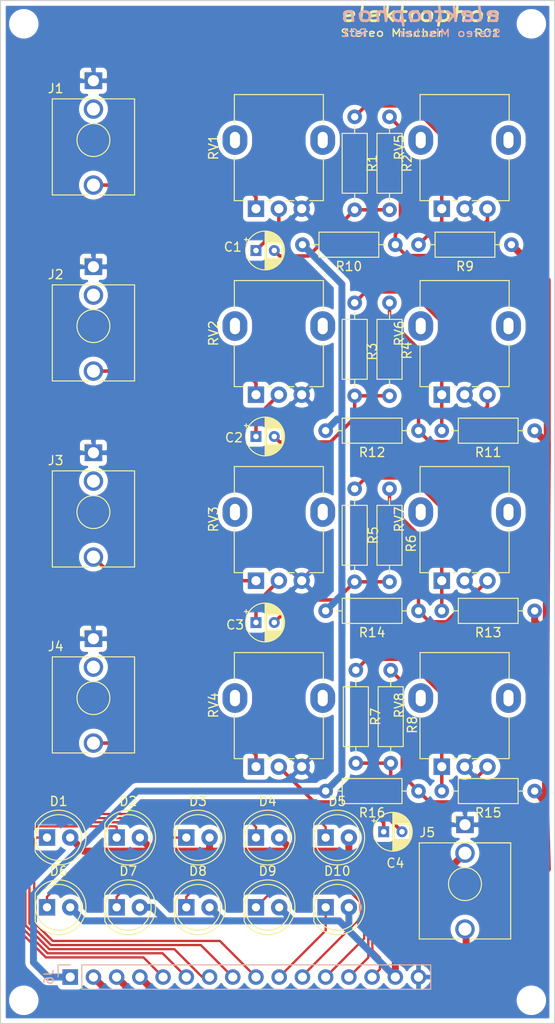
<source format=kicad_pcb>
(kicad_pcb (version 20171130) (host pcbnew 5.1.5-52549c5~84~ubuntu19.04.1)
  (title_block (title "Stereo Mischer") (date 2019-12-01) (rev 01) (comment 1 elektrophon) (comment 2 "PCB for mount circuit") (comment 4 "License CC BY 4.0 - Attribution 4.0 International"))
  (layers (0 F.Cu signal) (31 B.Cu signal) (34 B.Paste user) (35 F.Paste user) (36 B.SilkS user) (37 F.SilkS user) (38 B.Mask user) (39 F.Mask user) (44 Edge.Cuts user))
  (net 0 "")
  (net 1 "Net-(C1-Pad2)")
  (net 2 "Net-(C1-Pad1)")
  (net 3 "Net-(C2-Pad2)")
  (net 4 "Net-(C2-Pad1)")
  (net 5 "Net-(C3-Pad2)")
  (net 6 "Net-(C3-Pad1)")
  (net 7 "Net-(C4-Pad2)")
  (net 8 "Net-(C4-Pad1)")
  (net 9 +15V)
  (net 10 /LED_R_1)
  (net 11 /LED_R_5)
  (net 12 /LED_R_4)
  (net 13 /LED_R_3)
  (net 14 /LED_R_2)
  (net 15 /LED_L_1)
  (net 16 /LED_L_5)
  (net 17 /LED_L_4)
  (net 18 /LED_L_3)
  (net 19 /LED_L_2)
  (net 20 "Net-(J1-PadTN)")
  (net 21 GND)
  (net 22 "Net-(J1-PadT)")
  (net 23 "Net-(J2-PadTN)")
  (net 24 "Net-(J2-PadT)")
  (net 25 "Net-(J3-PadTN)")
  (net 26 "Net-(J3-PadT)")
  (net 27 "Net-(J4-PadTN)")
  (net 28 "Net-(J4-PadT)")
  (net 29 /STEREO_R)
  (net 30 /STEREO_L)
  (net 31 /LEFT)
  (net 32 /RIGHT)
  (net 33 "Net-(R1-Pad1)")
  (net 34 "Net-(R10-Pad1)")
  (net 35 "Net-(R11-Pad2)")
  (net 36 "Net-(R12-Pad1)")
  (net 37 "Net-(R13-Pad2)")
  (net 38 "Net-(R14-Pad1)")
  (net 39 "Net-(R15-Pad2)")
  (net 40 "Net-(R16-Pad1)")
  (module "elektrophon:elektrophon logo" (layer F.Cu) (at 71.374 27.94)
    (fp_text reference REF** hide)
    (fp_text value "elektrophon logo" hide)
    (fp_text user "Stereo Mischer" (at 8.84 1.02) (layer B.SilkS) (effects (font (size 0.8 1)) (justify left mirror)))
    (fp_text user R01 (at -8.83 1) (layer B.SilkS) (effects (font (size 0.8 1)) (justify right mirror)))
    (fp_text user elektrophon (at 0 -1.016) (layer B.SilkS) (effects (font (size 1.5 2) (thickness 0.3) italic) (justify mirror)))
    (fp_text user R01 (at 8.8 1.02) (layer F.SilkS) (effects (font (size 0.8 1)) (justify right)))
    (fp_text user "Stereo Mischer" (at -8.88 1) (layer F.SilkS) (effects (font (size 0.8 1)) (justify left)))
    (fp_text user elektrophon (at 0 -1.016) (layer F.SilkS) (effects (font (size 1.5 2) (thickness 0.3) italic)))
  )
  (module MountingHole:MountingHole_2.2mm_M2 (layer F.Cu) (at 27.94 134.62)
    (fp_text reference REF** hide)
    (fp_text value MountingHole_2.2mm_M2 hide)
    (pad 1 np_thru_hole circle (at 0 0) (size 2.2 2.2) (drill 2.2) (layers *.Cu *.Mask))
  )
  (module MountingHole:MountingHole_2.2mm_M2 (layer F.Cu) (at 83.46 134.62)
    (fp_text reference REF** hide)
    (fp_text value MountingHole_2.2mm_M2 hide)
    (pad 1 np_thru_hole circle (at 0 0) (size 2.2 2.2) (drill 2.2) (layers *.Cu *.Mask))
  )
  (module MountingHole:MountingHole_2.2mm_M2 (layer F.Cu) (at 83.46 27.94)
    (fp_text reference REF** hide)
    (fp_text value MountingHole_2.2mm_M2 hide)
    (pad 1 np_thru_hole circle (at 0 0) (size 2.2 2.2) (drill 2.2) (layers *.Cu *.Mask))
  )
  (module MountingHole:MountingHole_2.2mm_M2 (layer F.Cu) (at 27.94 27.94)
    (fp_text reference REF** hide)
    (fp_text value MountingHole_2.2mm_M2 hide)
    (pad 1 np_thru_hole circle (at 0 0) (size 2.2 2.2) (drill 2.2) (layers *.Cu *.Mask))
  )
  (module Connector_PinHeader_2.54mm:PinHeader_1x16_P2.54mm_Vertical (layer B.Cu) (at 33.02 132.08 270)
    (fp_text reference J6 (at 0 2.33 270) (layer B.SilkS) (effects (justify mirror)))
    (fp_text value Conn_01x16_Male hide)
    (pad 16 thru_hole oval (at 0 -38.1 270) (size 1.7 1.7) (drill 1) (layers *.Cu *.Mask) (net 21 GND))
    (pad 15 thru_hole oval (at 0 -35.56 270) (size 1.7 1.7) (drill 1) (layers *.Cu *.Mask) (net 9 +15V))
    (pad 14 thru_hole oval (at 0 -33.02 270) (size 1.7 1.7) (drill 1) (layers *.Cu *.Mask) (net 15 /LED_L_1))
    (pad 13 thru_hole oval (at 0 -30.48 270) (size 1.7 1.7) (drill 1) (layers *.Cu *.Mask) (net 19 /LED_L_2))
    (pad 12 thru_hole oval (at 0 -27.94 270) (size 1.7 1.7) (drill 1) (layers *.Cu *.Mask) (net 18 /LED_L_3))
    (pad 11 thru_hole oval (at 0 -25.4 270) (size 1.7 1.7) (drill 1) (layers *.Cu *.Mask) (net 17 /LED_L_4))
    (pad 10 thru_hole oval (at 0 -22.86 270) (size 1.7 1.7) (drill 1) (layers *.Cu *.Mask) (net 16 /LED_L_5))
    (pad 9 thru_hole oval (at 0 -20.32 270) (size 1.7 1.7) (drill 1) (layers *.Cu *.Mask) (net 10 /LED_R_1))
    (pad 8 thru_hole oval (at 0 -17.78 270) (size 1.7 1.7) (drill 1) (layers *.Cu *.Mask) (net 14 /LED_R_2))
    (pad 7 thru_hole oval (at 0 -15.24 270) (size 1.7 1.7) (drill 1) (layers *.Cu *.Mask) (net 13 /LED_R_3))
    (pad 6 thru_hole oval (at 0 -12.7 270) (size 1.7 1.7) (drill 1) (layers *.Cu *.Mask) (net 12 /LED_R_4))
    (pad 5 thru_hole oval (at 0 -10.16 270) (size 1.7 1.7) (drill 1) (layers *.Cu *.Mask) (net 11 /LED_R_5))
    (pad 4 thru_hole oval (at 0 -7.62 270) (size 1.7 1.7) (drill 1) (layers *.Cu *.Mask) (net 30 /STEREO_L))
    (pad 3 thru_hole oval (at 0 -5.08 270) (size 1.7 1.7) (drill 1) (layers *.Cu *.Mask) (net 29 /STEREO_R))
    (pad 2 thru_hole oval (at 0 -2.54 270) (size 1.7 1.7) (drill 1) (layers *.Cu *.Mask) (net 31 /LEFT))
    (pad 1 thru_hole rect (at 0 0 270) (size 1.7 1.7) (drill 1) (layers *.Cu *.Mask) (net 32 /RIGHT))
  )
  (module elektrophon:Jack_3.5mm_WQP-PJ301BM_Vertical (layer F.Cu) (at 76.2 121.92)
    (fp_text reference J5 (at -4.13 -5.63) (layer F.SilkS))
    (fp_text value STEREO_OUT)
    (pad R thru_hole circle (at 0 -3.38 180) (size 2.13 2.13) (drill 1.42) (layers *.Cu *.Mask) (net 30 /STEREO_L))
    (pad S thru_hole rect (at 0 -6.48 180) (size 1.93 1.83) (drill 1.22) (layers *.Cu *.Mask) (net 21 GND))
    (pad T thru_hole circle (at 0 4.92 180) (size 2.13 2.13) (drill 1.43) (layers *.Cu *.Mask) (net 29 /STEREO_R))
  )
  (module elektrophon:Jack_3.5mm_WQP-PJ398SM_Vertical (layer F.Cu) (at 35.56 101.6)
    (fp_text reference J4 (at -4.13 -5.63) (layer F.SilkS))
    (fp_text value "#4")
    (pad TN thru_hole circle (at 0 -3.38 180) (size 2.13 2.13) (drill 1.42) (layers *.Cu *.Mask) (net 27 "Net-(J4-PadTN)"))
    (pad S thru_hole rect (at 0 -6.48 180) (size 1.93 1.83) (drill 1.22) (layers *.Cu *.Mask) (net 21 GND))
    (pad T thru_hole circle (at 0 4.92 180) (size 2.13 2.13) (drill 1.43) (layers *.Cu *.Mask) (net 28 "Net-(J4-PadT)"))
  )
  (module elektrophon:Jack_3.5mm_WQP-PJ398SM_Vertical (layer F.Cu) (at 35.56 81.28)
    (fp_text reference J3 (at -4.13 -5.63) (layer F.SilkS))
    (fp_text value "#3")
    (pad TN thru_hole circle (at 0 -3.38 180) (size 2.13 2.13) (drill 1.42) (layers *.Cu *.Mask) (net 25 "Net-(J3-PadTN)"))
    (pad S thru_hole rect (at 0 -6.48 180) (size 1.93 1.83) (drill 1.22) (layers *.Cu *.Mask) (net 21 GND))
    (pad T thru_hole circle (at 0 4.92 180) (size 2.13 2.13) (drill 1.43) (layers *.Cu *.Mask) (net 26 "Net-(J3-PadT)"))
  )
  (module elektrophon:Jack_3.5mm_WQP-PJ398SM_Vertical (layer F.Cu) (at 35.56 60.96)
    (fp_text reference J2 (at -4.13 -5.63) (layer F.SilkS))
    (fp_text value "#2")
    (pad TN thru_hole circle (at 0 -3.38 180) (size 2.13 2.13) (drill 1.42) (layers *.Cu *.Mask) (net 23 "Net-(J2-PadTN)"))
    (pad S thru_hole rect (at 0 -6.48 180) (size 1.93 1.83) (drill 1.22) (layers *.Cu *.Mask) (net 21 GND))
    (pad T thru_hole circle (at 0 4.92 180) (size 2.13 2.13) (drill 1.43) (layers *.Cu *.Mask) (net 24 "Net-(J2-PadT)"))
  )
  (module elektrophon:Jack_3.5mm_WQP-PJ398SM_Vertical (layer F.Cu) (at 35.56 40.64)
    (fp_text reference J1 (at -4.13 -5.63) (layer F.SilkS))
    (fp_text value "#1")
    (pad TN thru_hole circle (at 0 -3.38 180) (size 2.13 2.13) (drill 1.42) (layers *.Cu *.Mask) (net 20 "Net-(J1-PadTN)"))
    (pad S thru_hole rect (at 0 -6.48 180) (size 1.93 1.83) (drill 1.22) (layers *.Cu *.Mask) (net 21 GND))
    (pad T thru_hole circle (at 0 4.92 180) (size 2.13 2.13) (drill 1.43) (layers *.Cu *.Mask) (net 22 "Net-(J1-PadT)"))
  )
  (module elektrophon:Potentiometer_Alpha_RD901F-40-00D_Single_Vertical (layer F.Cu) (at 76.2 101.6 90)
    (fp_text reference RV8 (at -0.79 -7.18 270) (layer F.SilkS))
    (fp_text value 25k)
    (pad "" thru_hole oval (at 0 -4.84 180) (size 2.72 3.24) (drill oval 1.1 1.8) (layers *.Cu *.Mask))
    (pad "" thru_hole oval (at 0 4.76 180) (size 2.72 3.24) (drill oval 1.1 1.8) (layers *.Cu *.Mask))
    (pad 3 thru_hole circle (at -7.5 2.46 180) (size 1.8 1.8) (drill 1) (layers *.Cu *.Mask) (net 40 "Net-(R16-Pad1)"))
    (pad 2 thru_hole circle (at -7.5 -0.04 180) (size 1.8 1.8) (drill 1) (layers *.Cu *.Mask) (net 21 GND))
    (pad 1 thru_hole rect (at -7.5 -2.54 180) (size 1.8 1.8) (drill 1) (layers *.Cu *.Mask) (net 39 "Net-(R15-Pad2)"))
  )
  (module elektrophon:Potentiometer_Alpha_RD901F-40-00D_Single_Vertical (layer F.Cu) (at 76.2 81.28 90)
    (fp_text reference RV7 (at -0.79 -7.18 270) (layer F.SilkS))
    (fp_text value 25k)
    (pad "" thru_hole oval (at 0 -4.84 180) (size 2.72 3.24) (drill oval 1.1 1.8) (layers *.Cu *.Mask))
    (pad "" thru_hole oval (at 0 4.76 180) (size 2.72 3.24) (drill oval 1.1 1.8) (layers *.Cu *.Mask))
    (pad 3 thru_hole circle (at -7.5 2.46 180) (size 1.8 1.8) (drill 1) (layers *.Cu *.Mask) (net 38 "Net-(R14-Pad1)"))
    (pad 2 thru_hole circle (at -7.5 -0.04 180) (size 1.8 1.8) (drill 1) (layers *.Cu *.Mask) (net 21 GND))
    (pad 1 thru_hole rect (at -7.5 -2.54 180) (size 1.8 1.8) (drill 1) (layers *.Cu *.Mask) (net 37 "Net-(R13-Pad2)"))
  )
  (module elektrophon:Potentiometer_Alpha_RD901F-40-00D_Single_Vertical (layer F.Cu) (at 76.2 60.96 90)
    (fp_text reference RV6 (at -0.79 -7.18 270) (layer F.SilkS))
    (fp_text value 25k)
    (pad "" thru_hole oval (at 0 -4.84 180) (size 2.72 3.24) (drill oval 1.1 1.8) (layers *.Cu *.Mask))
    (pad "" thru_hole oval (at 0 4.76 180) (size 2.72 3.24) (drill oval 1.1 1.8) (layers *.Cu *.Mask))
    (pad 3 thru_hole circle (at -7.5 2.46 180) (size 1.8 1.8) (drill 1) (layers *.Cu *.Mask) (net 36 "Net-(R12-Pad1)"))
    (pad 2 thru_hole circle (at -7.5 -0.04 180) (size 1.8 1.8) (drill 1) (layers *.Cu *.Mask) (net 21 GND))
    (pad 1 thru_hole rect (at -7.5 -2.54 180) (size 1.8 1.8) (drill 1) (layers *.Cu *.Mask) (net 35 "Net-(R11-Pad2)"))
  )
  (module elektrophon:Potentiometer_Alpha_RD901F-40-00D_Single_Vertical (layer F.Cu) (at 76.2 40.64 90)
    (fp_text reference RV5 (at -0.79 -7.18 270) (layer F.SilkS))
    (fp_text value 25k)
    (pad "" thru_hole oval (at 0 -4.84 180) (size 2.72 3.24) (drill oval 1.1 1.8) (layers *.Cu *.Mask))
    (pad "" thru_hole oval (at 0 4.76 180) (size 2.72 3.24) (drill oval 1.1 1.8) (layers *.Cu *.Mask))
    (pad 3 thru_hole circle (at -7.5 2.46 180) (size 1.8 1.8) (drill 1) (layers *.Cu *.Mask) (net 34 "Net-(R10-Pad1)"))
    (pad 2 thru_hole circle (at -7.5 -0.04 180) (size 1.8 1.8) (drill 1) (layers *.Cu *.Mask) (net 21 GND))
    (pad 1 thru_hole rect (at -7.5 -2.54 180) (size 1.8 1.8) (drill 1) (layers *.Cu *.Mask) (net 33 "Net-(R1-Pad1)"))
  )
  (module elektrophon:Potentiometer_Alpha_RD901F-40-00D_Single_Vertical (layer F.Cu) (at 55.88 101.6 90)
    (fp_text reference RV4 (at -0.79 -7.18 270) (layer F.SilkS))
    (fp_text value 10k)
    (pad "" thru_hole oval (at 0 -4.84 180) (size 2.72 3.24) (drill oval 1.1 1.8) (layers *.Cu *.Mask))
    (pad "" thru_hole oval (at 0 4.76 180) (size 2.72 3.24) (drill oval 1.1 1.8) (layers *.Cu *.Mask))
    (pad 3 thru_hole circle (at -7.5 2.46 180) (size 1.8 1.8) (drill 1) (layers *.Cu *.Mask) (net 21 GND))
    (pad 2 thru_hole circle (at -7.5 -0.04 180) (size 1.8 1.8) (drill 1) (layers *.Cu *.Mask) (net 8 "Net-(C4-Pad1)"))
    (pad 1 thru_hole rect (at -7.5 -2.54 180) (size 1.8 1.8) (drill 1) (layers *.Cu *.Mask) (net 28 "Net-(J4-PadT)"))
  )
  (module elektrophon:Potentiometer_Alpha_RD901F-40-00D_Single_Vertical (layer F.Cu) (at 55.88 81.28 90)
    (fp_text reference RV3 (at -0.79 -7.18 270) (layer F.SilkS))
    (fp_text value 10k)
    (pad "" thru_hole oval (at 0 -4.84 180) (size 2.72 3.24) (drill oval 1.1 1.8) (layers *.Cu *.Mask))
    (pad "" thru_hole oval (at 0 4.76 180) (size 2.72 3.24) (drill oval 1.1 1.8) (layers *.Cu *.Mask))
    (pad 3 thru_hole circle (at -7.5 2.46 180) (size 1.8 1.8) (drill 1) (layers *.Cu *.Mask) (net 21 GND))
    (pad 2 thru_hole circle (at -7.5 -0.04 180) (size 1.8 1.8) (drill 1) (layers *.Cu *.Mask) (net 6 "Net-(C3-Pad1)"))
    (pad 1 thru_hole rect (at -7.5 -2.54 180) (size 1.8 1.8) (drill 1) (layers *.Cu *.Mask) (net 26 "Net-(J3-PadT)"))
  )
  (module elektrophon:Potentiometer_Alpha_RD901F-40-00D_Single_Vertical (layer F.Cu) (at 55.88 60.96 90)
    (fp_text reference RV2 (at -0.79 -7.18 270) (layer F.SilkS))
    (fp_text value 10k)
    (pad "" thru_hole oval (at 0 -4.84 180) (size 2.72 3.24) (drill oval 1.1 1.8) (layers *.Cu *.Mask))
    (pad "" thru_hole oval (at 0 4.76 180) (size 2.72 3.24) (drill oval 1.1 1.8) (layers *.Cu *.Mask))
    (pad 3 thru_hole circle (at -7.5 2.46 180) (size 1.8 1.8) (drill 1) (layers *.Cu *.Mask) (net 21 GND))
    (pad 2 thru_hole circle (at -7.5 -0.04 180) (size 1.8 1.8) (drill 1) (layers *.Cu *.Mask) (net 4 "Net-(C2-Pad1)"))
    (pad 1 thru_hole rect (at -7.5 -2.54 180) (size 1.8 1.8) (drill 1) (layers *.Cu *.Mask) (net 24 "Net-(J2-PadT)"))
  )
  (module elektrophon:Potentiometer_Alpha_RD901F-40-00D_Single_Vertical (layer F.Cu) (at 55.88 40.64 90)
    (fp_text reference RV1 (at -0.79 -7.18 270) (layer F.SilkS))
    (fp_text value 10k)
    (pad "" thru_hole oval (at 0 -4.84 180) (size 2.72 3.24) (drill oval 1.1 1.8) (layers *.Cu *.Mask))
    (pad "" thru_hole oval (at 0 4.76 180) (size 2.72 3.24) (drill oval 1.1 1.8) (layers *.Cu *.Mask))
    (pad 3 thru_hole circle (at -7.5 2.46 180) (size 1.8 1.8) (drill 1) (layers *.Cu *.Mask) (net 21 GND))
    (pad 2 thru_hole circle (at -7.5 -0.04 180) (size 1.8 1.8) (drill 1) (layers *.Cu *.Mask) (net 2 "Net-(C1-Pad1)"))
    (pad 1 thru_hole rect (at -7.5 -2.54 180) (size 1.8 1.8) (drill 1) (layers *.Cu *.Mask) (net 22 "Net-(J1-PadT)"))
  )
  (module Resistor_THT:R_Axial_DIN0207_L6.3mm_D2.5mm_P10.16mm_Horizontal (layer F.Cu) (at 71.12 111.76 180)
    (fp_text reference R16 (at 5.08 -2.37) (layer F.SilkS))
    (fp_text value 10k)
    (pad 2 thru_hole oval (at 10.16 0 180) (size 1.6 1.6) (drill 0.8) (layers *.Cu *.Mask) (net 32 /RIGHT))
    (pad 1 thru_hole circle (at 0 0 180) (size 1.6 1.6) (drill 0.8) (layers *.Cu *.Mask) (net 40 "Net-(R16-Pad1)"))
  )
  (module Resistor_THT:R_Axial_DIN0207_L6.3mm_D2.5mm_P10.16mm_Horizontal (layer F.Cu) (at 83.82 111.76 180)
    (fp_text reference R15 (at 5.08 -2.37) (layer F.SilkS))
    (fp_text value 10k)
    (pad 2 thru_hole oval (at 10.16 0 180) (size 1.6 1.6) (drill 0.8) (layers *.Cu *.Mask) (net 39 "Net-(R15-Pad2)"))
    (pad 1 thru_hole circle (at 0 0 180) (size 1.6 1.6) (drill 0.8) (layers *.Cu *.Mask) (net 31 /LEFT))
  )
  (module Resistor_THT:R_Axial_DIN0207_L6.3mm_D2.5mm_P10.16mm_Horizontal (layer F.Cu) (at 71.12 92.075 180)
    (fp_text reference R14 (at 5.08 -2.37) (layer F.SilkS))
    (fp_text value 10k)
    (pad 2 thru_hole oval (at 10.16 0 180) (size 1.6 1.6) (drill 0.8) (layers *.Cu *.Mask) (net 32 /RIGHT))
    (pad 1 thru_hole circle (at 0 0 180) (size 1.6 1.6) (drill 0.8) (layers *.Cu *.Mask) (net 38 "Net-(R14-Pad1)"))
  )
  (module Resistor_THT:R_Axial_DIN0207_L6.3mm_D2.5mm_P10.16mm_Horizontal (layer F.Cu) (at 83.82 92.075 180)
    (fp_text reference R13 (at 5.08 -2.37) (layer F.SilkS))
    (fp_text value 10k)
    (pad 2 thru_hole oval (at 10.16 0 180) (size 1.6 1.6) (drill 0.8) (layers *.Cu *.Mask) (net 37 "Net-(R13-Pad2)"))
    (pad 1 thru_hole circle (at 0 0 180) (size 1.6 1.6) (drill 0.8) (layers *.Cu *.Mask) (net 31 /LEFT))
  )
  (module Resistor_THT:R_Axial_DIN0207_L6.3mm_D2.5mm_P10.16mm_Horizontal (layer F.Cu) (at 71.12 72.39 180)
    (fp_text reference R12 (at 5.08 -2.37) (layer F.SilkS))
    (fp_text value 10k)
    (pad 2 thru_hole oval (at 10.16 0 180) (size 1.6 1.6) (drill 0.8) (layers *.Cu *.Mask) (net 32 /RIGHT))
    (pad 1 thru_hole circle (at 0 0 180) (size 1.6 1.6) (drill 0.8) (layers *.Cu *.Mask) (net 36 "Net-(R12-Pad1)"))
  )
  (module Resistor_THT:R_Axial_DIN0207_L6.3mm_D2.5mm_P10.16mm_Horizontal (layer F.Cu) (at 83.82 72.39 180)
    (fp_text reference R11 (at 5.08 -2.37) (layer F.SilkS))
    (fp_text value 10k)
    (pad 2 thru_hole oval (at 10.16 0 180) (size 1.6 1.6) (drill 0.8) (layers *.Cu *.Mask) (net 35 "Net-(R11-Pad2)"))
    (pad 1 thru_hole circle (at 0 0 180) (size 1.6 1.6) (drill 0.8) (layers *.Cu *.Mask) (net 31 /LEFT))
  )
  (module Resistor_THT:R_Axial_DIN0207_L6.3mm_D2.5mm_P10.16mm_Horizontal (layer F.Cu) (at 68.58 52.07 180)
    (fp_text reference R10 (at 5.08 -2.37) (layer F.SilkS))
    (fp_text value 10k)
    (pad 2 thru_hole oval (at 10.16 0 180) (size 1.6 1.6) (drill 0.8) (layers *.Cu *.Mask) (net 32 /RIGHT))
    (pad 1 thru_hole circle (at 0 0 180) (size 1.6 1.6) (drill 0.8) (layers *.Cu *.Mask) (net 34 "Net-(R10-Pad1)"))
  )
  (module Resistor_THT:R_Axial_DIN0207_L6.3mm_D2.5mm_P10.16mm_Horizontal (layer F.Cu) (at 81.28 52.07 180)
    (fp_text reference R9 (at 5.08 -2.37) (layer F.SilkS))
    (fp_text value 10k)
    (pad 2 thru_hole oval (at 10.16 0 180) (size 1.6 1.6) (drill 0.8) (layers *.Cu *.Mask) (net 33 "Net-(R1-Pad1)"))
    (pad 1 thru_hole circle (at 0 0 180) (size 1.6 1.6) (drill 0.8) (layers *.Cu *.Mask) (net 31 /LEFT))
  )
  (module Resistor_THT:R_Axial_DIN0207_L6.3mm_D2.5mm_P10.16mm_Horizontal (layer F.Cu) (at 68.072 98.552 270)
    (fp_text reference R8 (at 5.969 -2.37 90) (layer F.SilkS))
    (fp_text value 10k)
    (pad 2 thru_hole oval (at 10.16 0 270) (size 1.6 1.6) (drill 0.8) (layers *.Cu *.Mask) (net 7 "Net-(C4-Pad2)"))
    (pad 1 thru_hole circle (at 0 0 270) (size 1.6 1.6) (drill 0.8) (layers *.Cu *.Mask) (net 40 "Net-(R16-Pad1)"))
  )
  (module Resistor_THT:R_Axial_DIN0207_L6.3mm_D2.5mm_P10.16mm_Horizontal (layer F.Cu) (at 64.262 98.552 270)
    (fp_text reference R7 (at 5.08 -2.159 90) (layer F.SilkS))
    (fp_text value 10k)
    (pad 2 thru_hole oval (at 10.16 0 270) (size 1.6 1.6) (drill 0.8) (layers *.Cu *.Mask) (net 7 "Net-(C4-Pad2)"))
    (pad 1 thru_hole circle (at 0 0 270) (size 1.6 1.6) (drill 0.8) (layers *.Cu *.Mask) (net 39 "Net-(R15-Pad2)"))
  )
  (module Resistor_THT:R_Axial_DIN0207_L6.3mm_D2.5mm_P10.16mm_Horizontal (layer F.Cu) (at 67.945 78.74 270)
    (fp_text reference R6 (at 5.969 -2.37 90) (layer F.SilkS))
    (fp_text value 10k)
    (pad 2 thru_hole oval (at 10.16 0 270) (size 1.6 1.6) (drill 0.8) (layers *.Cu *.Mask) (net 5 "Net-(C3-Pad2)"))
    (pad 1 thru_hole circle (at 0 0 270) (size 1.6 1.6) (drill 0.8) (layers *.Cu *.Mask) (net 38 "Net-(R14-Pad1)"))
  )
  (module Resistor_THT:R_Axial_DIN0207_L6.3mm_D2.5mm_P10.16mm_Horizontal (layer F.Cu) (at 64.135 78.74 270)
    (fp_text reference R5 (at 5.08 -2.032 90) (layer F.SilkS))
    (fp_text value 10k)
    (pad 2 thru_hole oval (at 10.16 0 270) (size 1.6 1.6) (drill 0.8) (layers *.Cu *.Mask) (net 5 "Net-(C3-Pad2)"))
    (pad 1 thru_hole circle (at 0 0 270) (size 1.6 1.6) (drill 0.8) (layers *.Cu *.Mask) (net 37 "Net-(R13-Pad2)"))
  )
  (module Resistor_THT:R_Axial_DIN0207_L6.3mm_D2.5mm_P10.16mm_Horizontal (layer F.Cu) (at 67.945 58.42 270)
    (fp_text reference R4 (at 5.207 -1.905 90) (layer F.SilkS))
    (fp_text value 10k)
    (pad 2 thru_hole oval (at 10.16 0 270) (size 1.6 1.6) (drill 0.8) (layers *.Cu *.Mask) (net 3 "Net-(C2-Pad2)"))
    (pad 1 thru_hole circle (at 0 0 270) (size 1.6 1.6) (drill 0.8) (layers *.Cu *.Mask) (net 36 "Net-(R12-Pad1)"))
  )
  (module Resistor_THT:R_Axial_DIN0207_L6.3mm_D2.5mm_P10.16mm_Horizontal (layer F.Cu) (at 64.135 58.42 270)
    (fp_text reference R3 (at 5.334 -1.905 90) (layer F.SilkS))
    (fp_text value 10k)
    (pad 2 thru_hole oval (at 10.16 0 270) (size 1.6 1.6) (drill 0.8) (layers *.Cu *.Mask) (net 3 "Net-(C2-Pad2)"))
    (pad 1 thru_hole circle (at 0 0 270) (size 1.6 1.6) (drill 0.8) (layers *.Cu *.Mask) (net 35 "Net-(R11-Pad2)"))
  )
  (module Resistor_THT:R_Axial_DIN0207_L6.3mm_D2.5mm_P10.16mm_Horizontal (layer F.Cu) (at 67.945 38.1 270)
    (fp_text reference R2 (at 5.08 -1.905 90) (layer F.SilkS))
    (fp_text value 10k)
    (pad 2 thru_hole oval (at 10.16 0 270) (size 1.6 1.6) (drill 0.8) (layers *.Cu *.Mask) (net 1 "Net-(C1-Pad2)"))
    (pad 1 thru_hole circle (at 0 0 270) (size 1.6 1.6) (drill 0.8) (layers *.Cu *.Mask) (net 34 "Net-(R10-Pad1)"))
  )
  (module Resistor_THT:R_Axial_DIN0207_L6.3mm_D2.5mm_P10.16mm_Horizontal (layer F.Cu) (at 64.135 38.1 270)
    (fp_text reference R1 (at 5.08 -1.905 90) (layer F.SilkS))
    (fp_text value 10k)
    (pad 2 thru_hole oval (at 10.16 0 270) (size 1.6 1.6) (drill 0.8) (layers *.Cu *.Mask) (net 1 "Net-(C1-Pad2)"))
    (pad 1 thru_hole circle (at 0 0 270) (size 1.6 1.6) (drill 0.8) (layers *.Cu *.Mask) (net 33 "Net-(R1-Pad1)"))
  )
  (module LED_THT:LED_D5.0mm (layer F.Cu) (at 60.96 124.46)
    (fp_text reference D10 (at 1.27 -3.96) (layer F.SilkS))
    (fp_text value LED)
    (pad 2 thru_hole circle (at 2.54 0) (size 1.8 1.8) (drill 0.9) (layers *.Cu *.Mask) (net 9 +15V))
    (pad 1 thru_hole rect (at 0 0) (size 1.8 1.8) (drill 0.9) (layers *.Cu *.Mask) (net 16 /LED_L_5))
  )
  (module LED_THT:LED_D5.0mm (layer F.Cu) (at 53.34 124.46)
    (fp_text reference D9 (at 1.27 -3.96) (layer F.SilkS))
    (fp_text value LED)
    (pad 2 thru_hole circle (at 2.54 0) (size 1.8 1.8) (drill 0.9) (layers *.Cu *.Mask) (net 9 +15V))
    (pad 1 thru_hole rect (at 0 0) (size 1.8 1.8) (drill 0.9) (layers *.Cu *.Mask) (net 17 /LED_L_4))
  )
  (module LED_THT:LED_D5.0mm (layer F.Cu) (at 45.72 124.46)
    (fp_text reference D8 (at 1.27 -3.96) (layer F.SilkS))
    (fp_text value LED)
    (pad 2 thru_hole circle (at 2.54 0) (size 1.8 1.8) (drill 0.9) (layers *.Cu *.Mask) (net 9 +15V))
    (pad 1 thru_hole rect (at 0 0) (size 1.8 1.8) (drill 0.9) (layers *.Cu *.Mask) (net 18 /LED_L_3))
  )
  (module LED_THT:LED_D5.0mm (layer F.Cu) (at 38.1 124.46)
    (fp_text reference D7 (at 1.27 -3.96) (layer F.SilkS))
    (fp_text value LED)
    (pad 2 thru_hole circle (at 2.54 0) (size 1.8 1.8) (drill 0.9) (layers *.Cu *.Mask) (net 9 +15V))
    (pad 1 thru_hole rect (at 0 0) (size 1.8 1.8) (drill 0.9) (layers *.Cu *.Mask) (net 19 /LED_L_2))
  )
  (module LED_THT:LED_D5.0mm (layer F.Cu) (at 30.48 124.46)
    (fp_text reference D6 (at 1.27 -3.96) (layer F.SilkS))
    (fp_text value LED)
    (pad 2 thru_hole circle (at 2.54 0) (size 1.8 1.8) (drill 0.9) (layers *.Cu *.Mask) (net 9 +15V))
    (pad 1 thru_hole rect (at 0 0) (size 1.8 1.8) (drill 0.9) (layers *.Cu *.Mask) (net 15 /LED_L_1))
  )
  (module LED_THT:LED_D5.0mm (layer F.Cu) (at 60.96 116.84)
    (fp_text reference D5 (at 1.27 -3.96) (layer F.SilkS))
    (fp_text value LED)
    (pad 2 thru_hole circle (at 2.54 0) (size 1.8 1.8) (drill 0.9) (layers *.Cu *.Mask) (net 9 +15V))
    (pad 1 thru_hole rect (at 0 0) (size 1.8 1.8) (drill 0.9) (layers *.Cu *.Mask) (net 11 /LED_R_5))
  )
  (module LED_THT:LED_D5.0mm (layer F.Cu) (at 53.34 116.84)
    (fp_text reference D4 (at 1.27 -3.96) (layer F.SilkS))
    (fp_text value LED)
    (pad 2 thru_hole circle (at 2.54 0) (size 1.8 1.8) (drill 0.9) (layers *.Cu *.Mask) (net 9 +15V))
    (pad 1 thru_hole rect (at 0 0) (size 1.8 1.8) (drill 0.9) (layers *.Cu *.Mask) (net 12 /LED_R_4))
  )
  (module LED_THT:LED_D5.0mm (layer F.Cu) (at 45.72 116.84)
    (fp_text reference D3 (at 1.27 -3.96) (layer F.SilkS))
    (fp_text value LED)
    (pad 2 thru_hole circle (at 2.54 0) (size 1.8 1.8) (drill 0.9) (layers *.Cu *.Mask) (net 9 +15V))
    (pad 1 thru_hole rect (at 0 0) (size 1.8 1.8) (drill 0.9) (layers *.Cu *.Mask) (net 13 /LED_R_3))
  )
  (module LED_THT:LED_D5.0mm (layer F.Cu) (at 38.1 116.84)
    (fp_text reference D2 (at 1.27 -3.96) (layer F.SilkS))
    (fp_text value LED)
    (pad 2 thru_hole circle (at 2.54 0) (size 1.8 1.8) (drill 0.9) (layers *.Cu *.Mask) (net 9 +15V))
    (pad 1 thru_hole rect (at 0 0) (size 1.8 1.8) (drill 0.9) (layers *.Cu *.Mask) (net 14 /LED_R_2))
  )
  (module LED_THT:LED_D5.0mm (layer F.Cu) (at 30.48 116.84)
    (fp_text reference D1 (at 1.27 -3.96) (layer F.SilkS))
    (fp_text value LED)
    (pad 2 thru_hole circle (at 2.54 0) (size 1.8 1.8) (drill 0.9) (layers *.Cu *.Mask) (net 9 +15V))
    (pad 1 thru_hole rect (at 0 0) (size 1.8 1.8) (drill 0.9) (layers *.Cu *.Mask) (net 10 /LED_R_1))
  )
  (module Capacitor_THT:CP_Radial_D4.0mm_P2.00mm (layer F.Cu) (at 67.31 116.205)
    (fp_text reference C4 (at 1.27 3.429) (layer F.SilkS))
    (fp_text value 4u7)
    (pad 2 thru_hole circle (at 2 0) (size 1.2 1.2) (drill 0.6) (layers *.Cu *.Mask) (net 7 "Net-(C4-Pad2)"))
    (pad 1 thru_hole rect (at 0 0) (size 1.2 1.2) (drill 0.6) (layers *.Cu *.Mask) (net 8 "Net-(C4-Pad1)"))
  )
  (module Capacitor_THT:CP_Radial_D4.0mm_P2.00mm (layer F.Cu) (at 53.34 93.345)
    (fp_text reference C3 (at -2.286 0.254) (layer F.SilkS))
    (fp_text value 4u7)
    (pad 2 thru_hole circle (at 2 0) (size 1.2 1.2) (drill 0.6) (layers *.Cu *.Mask) (net 5 "Net-(C3-Pad2)"))
    (pad 1 thru_hole rect (at 0 0) (size 1.2 1.2) (drill 0.6) (layers *.Cu *.Mask) (net 6 "Net-(C3-Pad1)"))
  )
  (module Capacitor_THT:CP_Radial_D4.0mm_P2.00mm (layer F.Cu) (at 53.34 73.025)
    (fp_text reference C2 (at -2.413 0.127) (layer F.SilkS))
    (fp_text value 4u7)
    (pad 2 thru_hole circle (at 2 0) (size 1.2 1.2) (drill 0.6) (layers *.Cu *.Mask) (net 3 "Net-(C2-Pad2)"))
    (pad 1 thru_hole rect (at 0 0) (size 1.2 1.2) (drill 0.6) (layers *.Cu *.Mask) (net 4 "Net-(C2-Pad1)"))
  )
  (module Capacitor_THT:CP_Radial_D4.0mm_P2.00mm (layer F.Cu) (at 53.34 52.705)
    (fp_text reference C1 (at -2.54 -0.381) (layer F.SilkS))
    (fp_text value 4u7)
    (pad 2 thru_hole circle (at 2 0) (size 1.2 1.2) (drill 0.6) (layers *.Cu *.Mask) (net 1 "Net-(C1-Pad2)"))
    (pad 1 thru_hole rect (at 0 0) (size 1.2 1.2) (drill 0.6) (layers *.Cu *.Mask) (net 2 "Net-(C1-Pad1)"))
  )
  (gr_line (start 25.4 25.4) (end 25.4 137.16) (layer Edge.Cuts) (width 0.12))
  (gr_line (start 86 137.16) (end 25.4 137.16) (layer Edge.Cuts) (width 0.12))
  (gr_line (start 86 25.4) (end 86 137.16) (layer Edge.Cuts) (width 0.12))
  (gr_line (start 25.4 25.4) (end 86 25.4) (layer Edge.Cuts) (width 0.12))
  (segment (start 59.090001 53.304999) (end 64.135 48.26) (width 0.381) (layer F.Cu) (net 1))
  (segment (start 55.939999 53.304999) (end 59.090001 53.304999) (width 0.381) (layer F.Cu) (net 1))
  (segment (start 55.34 52.705) (end 55.939999 53.304999) (width 0.381) (layer F.Cu) (net 1))
  (segment (start 64.135 48.26) (end 67.945 48.26) (width 0.381) (layer F.Cu) (net 1))
  (segment (start 55.84 50.205) (end 53.34 52.705) (width 0.381) (layer F.Cu) (net 2))
  (segment (start 55.84 48.14) (end 55.84 50.205) (width 0.381) (layer F.Cu) (net 2))
  (segment (start 64.135 70.976942) (end 64.135 68.58) (width 0.381) (layer F.Cu) (net 3))
  (segment (start 55.939999 73.624999) (end 61.486943 73.624999) (width 0.381) (layer F.Cu) (net 3))
  (segment (start 61.486943 73.624999) (end 64.135 70.976942) (width 0.381) (layer F.Cu) (net 3))
  (segment (start 55.34 73.025) (end 55.939999 73.624999) (width 0.381) (layer F.Cu) (net 3))
  (segment (start 67.945 68.58) (end 64.135 68.58) (width 0.381) (layer F.Cu) (net 3))
  (segment (start 53.34 70.96) (end 53.34 73.025) (width 0.381) (layer F.Cu) (net 4))
  (segment (start 55.84 68.46) (end 53.34 70.96) (width 0.381) (layer F.Cu) (net 4))
  (segment (start 62.150501 90.884499) (end 64.135 88.9) (width 0.381) (layer F.Cu) (net 5))
  (segment (start 57.800501 90.884499) (end 62.150501 90.884499) (width 0.381) (layer F.Cu) (net 5))
  (segment (start 55.34 93.345) (end 57.800501 90.884499) (width 0.381) (layer F.Cu) (net 5))
  (segment (start 67.945 88.9) (end 64.135 88.9) (width 0.381) (layer F.Cu) (net 5))
  (segment (start 53.34 91.28) (end 55.84 88.78) (width 0.381) (layer F.Cu) (net 6))
  (segment (start 53.34 93.345) (end 53.34 91.28) (width 0.381) (layer F.Cu) (net 6))
  (segment (start 64.262 108.712) (end 68.072 108.712) (width 0.381) (layer F.Cu) (net 7))
  (segment (start 68.072 114.967) (end 69.31 116.205) (width 0.381) (layer F.Cu) (net 7))
  (segment (start 68.072 108.712) (end 68.072 114.967) (width 0.381) (layer F.Cu) (net 7))
  (segment (start 65.036501 112.950501) (end 67.31 115.224) (width 0.381) (layer F.Cu) (net 8))
  (segment (start 67.31 115.224) (end 67.31 116.205) (width 0.381) (layer F.Cu) (net 8))
  (segment (start 59.690501 112.950501) (end 65.036501 112.950501) (width 0.381) (layer F.Cu) (net 8))
  (segment (start 55.84 109.1) (end 59.690501 112.950501) (width 0.381) (layer F.Cu) (net 8))
  (segment (start 34.501001 118.321001) (end 33.02 116.84) (width 0.762) (layer F.Cu) (net 9))
  (segment (start 42.121001 118.321001) (end 40.64 116.84) (width 0.762) (layer F.Cu) (net 9))
  (segment (start 42.883001 118.321001) (end 42.121001 118.321001) (width 0.762) (layer F.Cu) (net 9))
  (segment (start 42.883001 118.321001) (end 34.501001 118.321001) (width 0.762) (layer F.Cu) (net 9))
  (segment (start 48.979001 118.321001) (end 48.468209 118.321001) (width 0.762) (layer F.Cu) (net 9))
  (segment (start 48.26 118.112792) (end 48.26 116.84) (width 0.762) (layer F.Cu) (net 9))
  (segment (start 48.468209 118.321001) (end 48.26 118.112792) (width 0.762) (layer F.Cu) (net 9))
  (segment (start 48.979001 118.321001) (end 42.883001 118.321001) (width 0.762) (layer F.Cu) (net 9))
  (segment (start 57.361001 118.321001) (end 55.88 116.84) (width 0.762) (layer F.Cu) (net 9))
  (segment (start 58.123001 118.321001) (end 57.361001 118.321001) (width 0.762) (layer F.Cu) (net 9))
  (segment (start 58.123001 118.321001) (end 48.979001 118.321001) (width 0.762) (layer F.Cu) (net 9))
  (segment (start 33.02 124.46) (end 34.501001 125.941001) (width 0.762) (layer B.Cu) (net 9))
  (segment (start 57.361001 125.941001) (end 55.88 124.46) (width 0.762) (layer B.Cu) (net 9))
  (segment (start 58.208999 125.941001) (end 57.361001 125.941001) (width 0.762) (layer B.Cu) (net 9))
  (segment (start 49.741001 125.941001) (end 48.26 124.46) (width 0.762) (layer B.Cu) (net 9))
  (segment (start 50.588999 125.941001) (end 49.741001 125.941001) (width 0.762) (layer B.Cu) (net 9))
  (segment (start 50.588999 125.941001) (end 58.208999 125.941001) (width 0.762) (layer B.Cu) (net 9))
  (segment (start 41.995998 124.46) (end 40.64 124.46) (width 0.762) (layer B.Cu) (net 9))
  (segment (start 43.476999 125.941001) (end 41.995998 124.46) (width 0.762) (layer B.Cu) (net 9))
  (segment (start 34.501001 125.941001) (end 43.476999 125.941001) (width 0.762) (layer B.Cu) (net 9))
  (segment (start 43.476999 125.941001) (end 50.588999 125.941001) (width 0.762) (layer B.Cu) (net 9))
  (segment (start 62.300682 118.321001) (end 58.123001 118.321001) (width 0.762) (layer F.Cu) (net 9))
  (segment (start 63.5 119.52032) (end 63.5 116.84) (width 0.762) (layer F.Cu) (net 9))
  (segment (start 63.68384 119.70416) (end 63.5 119.52032) (width 0.762) (layer F.Cu) (net 9))
  (segment (start 63.68384 119.70416) (end 62.300682 118.321001) (width 0.762) (layer F.Cu) (net 9))
  (segment (start 68.58 132.08) (end 68.58 124.587) (width 0.762) (layer F.Cu) (net 9))
  (segment (start 68.58 124.587) (end 64.516 120.523) (width 0.762) (layer F.Cu) (net 9))
  (segment (start 67.049999 123.070318) (end 64.516 120.523) (width 0.762) (layer F.Cu) (net 9))
  (segment (start 64.516 120.523) (end 63.68384 119.70416) (width 0.762) (layer F.Cu) (net 9))
  (segment (start 58.843999 125.941001) (end 62.441001 125.941001) (width 0.762) (layer B.Cu) (net 9))
  (segment (start 58.208999 125.941001) (end 58.843999 125.941001) (width 0.762) (layer B.Cu) (net 9))
  (segment (start 58.843999 125.941001) (end 59.341001 125.941001) (width 0.762) (layer B.Cu) (net 9))
  (segment (start 63.5 127) (end 63.5 124.46) (width 0.762) (layer B.Cu) (net 9))
  (segment (start 63.881 127.381) (end 63.5 127) (width 0.762) (layer B.Cu) (net 9))
  (segment (start 62.441001 125.941001) (end 63.881 127.381) (width 0.762) (layer B.Cu) (net 9))
  (segment (start 63.881 127.381) (end 68.58 132.08) (width 0.762) (layer B.Cu) (net 9))
  (segment (start 53.34 132.08) (end 49.391978 128.131978) (width 0.25) (layer F.Cu) (net 10))
  (segment (start 29.33 116.84) (end 30.48 116.84) (width 0.25) (layer F.Cu) (net 10))
  (segment (start 49.391978 128.131978) (end 31.103978 128.131978) (width 0.25) (layer F.Cu) (net 10))
  (segment (start 31.103978 128.131978) (end 29.083 126.111) (width 0.25) (layer F.Cu) (net 10))
  (segment (start 29.083 126.111) (end 29.083 117.087) (width 0.25) (layer F.Cu) (net 10))
  (segment (start 29.083 117.087) (end 29.33 116.84) (width 0.25) (layer F.Cu) (net 10))
  (segment (start 59.534967 114.264967) (end 60.96 115.69) (width 0.25) (layer F.Cu) (net 11))
  (segment (start 28.760799 114.264967) (end 59.534967 114.264967) (width 0.25) (layer F.Cu) (net 11))
  (segment (start 60.96 115.69) (end 60.96 116.84) (width 0.25) (layer F.Cu) (net 11))
  (segment (start 27.213945 126.787589) (end 27.213945 115.811821) (width 0.25) (layer F.Cu) (net 11))
  (segment (start 27.213945 115.811821) (end 28.760799 114.264967) (width 0.25) (layer F.Cu) (net 11))
  (segment (start 27.213946 126.787589) (end 27.213946 125.73) (width 0.25) (layer F.Cu) (net 11))
  (segment (start 30.358386 129.932017) (end 27.213946 126.787589) (width 0.25) (layer F.Cu) (net 11))
  (segment (start 41.032019 129.932019) (end 30.358386 129.932017) (width 0.25) (layer F.Cu) (net 11))
  (segment (start 43.18 132.08) (end 41.032019 129.932019) (width 0.25) (layer F.Cu) (net 11))
  (segment (start 53.34 115.69) (end 53.34 116.84) (width 0.25) (layer F.Cu) (net 12))
  (segment (start 52.364978 114.714978) (end 53.34 115.69) (width 0.25) (layer F.Cu) (net 12))
  (segment (start 28.947199 114.714978) (end 52.364978 114.714978) (width 0.25) (layer F.Cu) (net 12))
  (segment (start 27.663956 126.601189) (end 27.663956 115.998221) (width 0.25) (layer F.Cu) (net 12))
  (segment (start 27.663956 115.998221) (end 28.947199 114.714978) (width 0.25) (layer F.Cu) (net 12))
  (segment (start 27.663957 126.088958) (end 27.663955 126.088955) (width 0.25) (layer F.Cu) (net 12))
  (segment (start 27.663957 126.601189) (end 27.663957 126.088958) (width 0.25) (layer F.Cu) (net 12))
  (segment (start 30.544778 129.482009) (end 27.663957 126.601189) (width 0.25) (layer F.Cu) (net 12))
  (segment (start 45.72 132.08) (end 43.122009 129.482009) (width 0.25) (layer F.Cu) (net 12))
  (segment (start 43.122009 129.482009) (end 30.544778 129.482009) (width 0.25) (layer F.Cu) (net 12))
  (segment (start 43.501232 116.84) (end 45.72 116.84) (width 0.25) (layer F.Cu) (net 13))
  (segment (start 29.133599 115.164989) (end 41.826221 115.164989) (width 0.25) (layer F.Cu) (net 13))
  (segment (start 41.826221 115.164989) (end 43.501232 116.84) (width 0.25) (layer F.Cu) (net 13))
  (segment (start 28.113967 116.184621) (end 29.133599 115.164989) (width 0.25) (layer F.Cu) (net 13))
  (segment (start 28.113967 126.414789) (end 28.113967 116.184621) (width 0.25) (layer F.Cu) (net 13))
  (segment (start 28.113968 126.157968) (end 28.113966 126.157966) (width 0.25) (layer F.Cu) (net 13))
  (segment (start 48.26 132.08) (end 47.459002 132.08) (width 0.25) (layer F.Cu) (net 13))
  (segment (start 30.731179 129.032) (end 28.113968 126.414789) (width 0.25) (layer F.Cu) (net 13))
  (segment (start 47.459002 132.08) (end 44.411002 129.032) (width 0.25) (layer F.Cu) (net 13))
  (segment (start 44.411002 129.032) (end 30.731179 129.032) (width 0.25) (layer F.Cu) (net 13))
  (segment (start 28.113968 126.414789) (end 28.113968 126.157968) (width 0.25) (layer F.Cu) (net 13))
  (segment (start 38.1 115.69) (end 38.1 116.84) (width 0.25) (layer F.Cu) (net 14))
  (segment (start 28.563978 116.371021) (end 29.319999 115.615) (width 0.25) (layer F.Cu) (net 14))
  (segment (start 38.025 115.615) (end 38.1 115.69) (width 0.25) (layer F.Cu) (net 14))
  (segment (start 29.319999 115.615) (end 38.025 115.615) (width 0.25) (layer F.Cu) (net 14))
  (segment (start 28.563978 126.228389) (end 28.563978 116.371021) (width 0.25) (layer F.Cu) (net 14))
  (segment (start 30.917578 128.581989) (end 47.301989 128.581989) (width 0.25) (layer F.Cu) (net 14))
  (segment (start 47.301989 128.581989) (end 50.8 132.08) (width 0.25) (layer F.Cu) (net 14))
  (segment (start 28.563978 126.228389) (end 30.917578 128.581989) (width 0.25) (layer F.Cu) (net 14))
  (segment (start 30.48 123.31) (end 30.48 124.46) (width 0.25) (layer F.Cu) (net 15))
  (segment (start 64.5672 121.585967) (end 32.204033 121.585967) (width 0.25) (layer F.Cu) (net 15))
  (segment (start 66.075034 123.093801) (end 64.5672 121.585967) (width 0.25) (layer F.Cu) (net 15))
  (segment (start 32.204033 121.585967) (end 30.48 123.31) (width 0.25) (layer F.Cu) (net 15))
  (segment (start 66.075034 129.123966) (end 66.075034 123.093801) (width 0.25) (layer F.Cu) (net 15))
  (segment (start 66.889999 131.230001) (end 66.04 132.08) (width 0.25) (layer F.Cu) (net 15))
  (segment (start 66.075034 129.123966) (end 66.889999 129.938931) (width 0.25) (layer F.Cu) (net 15))
  (segment (start 66.889999 129.938931) (end 66.889999 131.230001) (width 0.25) (layer F.Cu) (net 15))
  (segment (start 60.96 125.34) (end 60.96 124.46) (width 0.25) (layer F.Cu) (net 16))
  (segment (start 60.96 127) (end 55.88 132.08) (width 0.25) (layer F.Cu) (net 16))
  (segment (start 60.96 124.46) (end 60.96 127) (width 0.25) (layer F.Cu) (net 16))
  (segment (start 64.725001 123.871999) (end 64.725001 125.647999) (width 0.25) (layer F.Cu) (net 17))
  (segment (start 53.34 124.46) (end 54.864 122.936) (width 0.25) (layer F.Cu) (net 17))
  (segment (start 63.789002 122.936) (end 64.725001 123.871999) (width 0.25) (layer F.Cu) (net 17))
  (segment (start 54.864 122.936) (end 63.789002 122.936) (width 0.25) (layer F.Cu) (net 17))
  (segment (start 64.725001 125.647999) (end 58.748001 131.624999) (width 0.25) (layer F.Cu) (net 17))
  (segment (start 45.72 123.31) (end 45.72 124.46) (width 0.25) (layer F.Cu) (net 18))
  (segment (start 46.544011 122.485989) (end 45.72 123.31) (width 0.25) (layer F.Cu) (net 18))
  (segment (start 65.175012 123.685599) (end 63.975402 122.485989) (width 0.25) (layer F.Cu) (net 18))
  (segment (start 63.975402 122.485989) (end 46.544011 122.485989) (width 0.25) (layer F.Cu) (net 18))
  (segment (start 65.175012 127.864988) (end 60.96 132.08) (width 0.25) (layer F.Cu) (net 18))
  (segment (start 65.175012 126.204988) (end 65.175012 125.705988) (width 0.25) (layer F.Cu) (net 18))
  (segment (start 65.175012 125.705988) (end 65.175012 127.864988) (width 0.25) (layer F.Cu) (net 18))
  (segment (start 65.175012 125.705988) (end 65.175012 123.685599) (width 0.25) (layer F.Cu) (net 18))
  (segment (start 39.374022 122.035978) (end 38.1 123.31) (width 0.25) (layer F.Cu) (net 19))
  (segment (start 64.3808 122.035978) (end 39.374022 122.035978) (width 0.25) (layer F.Cu) (net 19))
  (segment (start 38.1 123.31) (end 38.1 124.46) (width 0.25) (layer F.Cu) (net 19))
  (segment (start 65.625023 123.280201) (end 64.3808 122.035978) (width 0.25) (layer F.Cu) (net 19))
  (segment (start 65.625023 127.922977) (end 65.625023 129.954977) (width 0.25) (layer F.Cu) (net 19))
  (segment (start 65.625023 129.954977) (end 63.5 132.08) (width 0.25) (layer F.Cu) (net 19))
  (segment (start 65.625023 127.922977) (end 65.625023 123.280201) (width 0.25) (layer F.Cu) (net 19))
  (segment (start 65.625023 128.294977) (end 65.625023 127.922977) (width 0.25) (layer F.Cu) (net 19))
  (segment (start 53.34 46.859) (end 53.34 48.14) (width 0.381) (layer F.Cu) (net 22))
  (segment (start 52.041 45.56) (end 53.34 46.859) (width 0.381) (layer F.Cu) (net 22))
  (segment (start 35.56 45.56) (end 52.041 45.56) (width 0.381) (layer F.Cu) (net 22))
  (segment (start 53.34 67.179) (end 53.34 68.46) (width 0.381) (layer F.Cu) (net 24))
  (segment (start 52.041 65.88) (end 53.34 67.179) (width 0.381) (layer F.Cu) (net 24))
  (segment (start 35.56 65.88) (end 52.041 65.88) (width 0.381) (layer F.Cu) (net 24))
  (segment (start 38.14 88.78) (end 53.34 88.78) (width 0.381) (layer F.Cu) (net 26))
  (segment (start 35.56 86.2) (end 38.14 88.78) (width 0.381) (layer F.Cu) (net 26))
  (segment (start 53.34 107.819) (end 53.34 109.1) (width 0.381) (layer F.Cu) (net 28))
  (segment (start 52.041 106.52) (end 53.34 107.819) (width 0.381) (layer F.Cu) (net 28))
  (segment (start 35.56 106.52) (end 52.041 106.52) (width 0.381) (layer F.Cu) (net 28))
  (segment (start 76.327 126.967) (end 76.2 126.84) (width 0.762) (layer F.Cu) (net 29))
  (segment (start 76.327 130.646489) (end 76.327 126.967) (width 0.762) (layer F.Cu) (net 29))
  (segment (start 71.780477 135.193012) (end 76.327 130.646489) (width 0.762) (layer F.Cu) (net 29))
  (segment (start 38.1 132.08) (end 41.213012 135.193012) (width 0.762) (layer F.Cu) (net 29))
  (segment (start 41.213012 135.193012) (end 71.780477 135.193012) (width 0.762) (layer F.Cu) (net 29))
  (segment (start 42.791001 134.231001) (end 40.64 132.08) (width 0.762) (layer F.Cu) (net 30))
  (segment (start 42.791001 134.231001) (end 44.838999 134.231001) (width 0.762) (layer F.Cu) (net 30))
  (segment (start 44.442001 134.231001) (end 44.838999 134.231001) (width 0.762) (layer F.Cu) (net 30))
  (segment (start 73.66 131.953) (end 73.66 121.08) (width 0.762) (layer F.Cu) (net 30))
  (segment (start 73.66 121.08) (end 76.2 118.54) (width 0.762) (layer F.Cu) (net 30))
  (segment (start 44.838999 134.231001) (end 71.381999 134.231001) (width 0.762) (layer F.Cu) (net 30))
  (segment (start 71.381999 134.231001) (end 73.66 131.953) (width 0.762) (layer F.Cu) (net 30))
  (segment (start 85.21 73.78) (end 83.82 72.39) (width 0.762) (layer F.Cu) (net 31))
  (segment (start 85.05 94.43637) (end 85.05 99.17) (width 0.762) (layer F.Cu) (net 31))
  (segment (start 83.82 92.075) (end 83.82 93.20637) (width 0.762) (layer F.Cu) (net 31))
  (segment (start 83.82 93.20637) (end 85.05 94.43637) (width 0.762) (layer F.Cu) (net 31))
  (segment (start 84.619999 112.559999) (end 84.619999 112.619999) (width 0.762) (layer F.Cu) (net 31))
  (segment (start 83.82 111.76) (end 84.619999 112.559999) (width 0.762) (layer F.Cu) (net 31))
  (segment (start 84.619999 112.619999) (end 85 113) (width 0.762) (layer F.Cu) (net 31))
  (segment (start 85 113) (end 85.05 99.17) (width 0.762) (layer F.Cu) (net 31))
  (segment (start 85.196286 75.956286) (end 85.196286 55.986286) (width 0.762) (layer F.Cu) (net 31))
  (segment (start 85.05 99.17) (end 85.196286 75.956286) (width 0.762) (layer F.Cu) (net 31))
  (segment (start 85.196286 55.986286) (end 81.28 52.07) (width 0.762) (layer F.Cu) (net 31))
  (segment (start 85.196286 75.956286) (end 85.21 73.78) (width 0.762) (layer F.Cu) (net 31))
  (segment (start 85.21 120.266082) (end 85 113) (width 0.762) (layer F.Cu) (net 31))
  (segment (start 39.635023 136.155023) (end 72.178955 136.155023) (width 0.762) (layer F.Cu) (net 31))
  (segment (start 78.74 126.736082) (end 85.21 120.266082) (width 0.762) (layer F.Cu) (net 31))
  (segment (start 72.178955 136.155023) (end 78.412978 129.921) (width 0.762) (layer F.Cu) (net 31))
  (segment (start 35.56 132.08) (end 39.635023 136.155023) (width 0.762) (layer F.Cu) (net 31))
  (segment (start 78.412978 129.921) (end 78.74 129.921) (width 0.762) (layer F.Cu) (net 31))
  (segment (start 78.74 129.921) (end 78.74 126.736082) (width 0.762) (layer F.Cu) (net 31))
  (segment (start 62.527863 90.507137) (end 60.96 92.075) (width 0.762) (layer B.Cu) (net 32))
  (segment (start 60.96 111.76) (end 62.738 109.982) (width 0.762) (layer B.Cu) (net 32))
  (segment (start 62.738 109.982) (end 62.738 94.742) (width 0.762) (layer B.Cu) (net 32))
  (segment (start 62.738 94.742) (end 62.738 88.138) (width 0.762) (layer B.Cu) (net 32))
  (segment (start 62.738 56.388) (end 58.42 52.07) (width 0.762) (layer B.Cu) (net 32))
  (segment (start 62.738 71.12) (end 62.23 71.12) (width 0.762) (layer B.Cu) (net 32))
  (segment (start 62.23 71.12) (end 60.96 72.39) (width 0.762) (layer B.Cu) (net 32))
  (segment (start 62.738 94.742) (end 62.738 71.12) (width 0.762) (layer B.Cu) (net 32))
  (segment (start 62.738 71.12) (end 62.738 56.388) (width 0.762) (layer B.Cu) (net 32))
  (segment (start 30.607 132.08) (end 33.02 132.08) (width 0.762) (layer B.Cu) (net 32))
  (segment (start 28.998999 130.471999) (end 30.607 132.08) (width 0.762) (layer B.Cu) (net 32))
  (segment (start 28.998999 123.095199) (end 28.998999 130.471999) (width 0.762) (layer B.Cu) (net 32))
  (segment (start 60.96 111.76) (end 40.334198 111.76) (width 0.762) (layer B.Cu) (net 32))
  (segment (start 40.334198 111.76) (end 28.998999 123.095199) (width 0.762) (layer B.Cu) (net 32))
  (segment (start 73.66 49.53) (end 71.12 52.07) (width 0.381) (layer F.Cu) (net 33))
  (segment (start 73.66 40.204406) (end 73.66 49.53) (width 0.381) (layer F.Cu) (net 33))
  (segment (start 70.365093 36.909499) (end 73.66 40.204406) (width 0.381) (layer F.Cu) (net 33))
  (segment (start 65.325501 36.909499) (end 70.365093 36.909499) (width 0.381) (layer F.Cu) (net 33))
  (segment (start 64.135 38.1) (end 65.325501 36.909499) (width 0.381) (layer F.Cu) (net 33))
  (segment (start 69.135501 39.290501) (end 67.945 38.1) (width 0.381) (layer F.Cu) (net 34))
  (segment (start 68.58 50.93863) (end 69.135501 50.383129) (width 0.381) (layer F.Cu) (net 34))
  (segment (start 69.135501 50.383129) (end 69.135501 39.290501) (width 0.381) (layer F.Cu) (net 34))
  (segment (start 68.58 52.07) (end 68.58 50.93863) (width 0.381) (layer F.Cu) (net 34))
  (segment (start 69.770501 53.260501) (end 68.58 52.07) (width 0.381) (layer F.Cu) (net 34))
  (segment (start 74.812291 53.260501) (end 69.770501 53.260501) (width 0.381) (layer F.Cu) (net 34))
  (segment (start 78.66 49.412792) (end 74.812291 53.260501) (width 0.381) (layer F.Cu) (net 34))
  (segment (start 78.66 48.14) (end 78.66 49.412792) (width 0.381) (layer F.Cu) (net 34))
  (segment (start 65.325501 57.229499) (end 64.135 58.42) (width 0.381) (layer F.Cu) (net 35))
  (segment (start 70.365093 57.229499) (end 65.325501 57.229499) (width 0.381) (layer F.Cu) (net 35))
  (segment (start 73.66 60.524406) (end 70.365093 57.229499) (width 0.381) (layer F.Cu) (net 35))
  (segment (start 73.66 68.46) (end 73.66 60.524406) (width 0.381) (layer F.Cu) (net 35))
  (segment (start 73.66 72.39) (end 73.66 68.46) (width 0.381) (layer F.Cu) (net 35))
  (segment (start 71.12 63.455594) (end 71.12 72.39) (width 0.381) (layer F.Cu) (net 36))
  (segment (start 67.945 60.280594) (end 71.12 63.455594) (width 0.381) (layer F.Cu) (net 36))
  (segment (start 67.945 58.42) (end 67.945 60.280594) (width 0.381) (layer F.Cu) (net 36))
  (segment (start 78.66 69.732792) (end 78.66 68.46) (width 0.381) (layer F.Cu) (net 36))
  (segment (start 74.812291 73.580501) (end 78.66 69.732792) (width 0.381) (layer F.Cu) (net 36))
  (segment (start 72.310501 73.580501) (end 74.812291 73.580501) (width 0.381) (layer F.Cu) (net 36))
  (segment (start 71.12 72.39) (end 72.310501 73.580501) (width 0.381) (layer F.Cu) (net 36))
  (segment (start 73.66 88.78) (end 73.66 92.075) (width 0.381) (layer F.Cu) (net 37))
  (segment (start 65.325501 77.549499) (end 64.135 78.74) (width 0.381) (layer F.Cu) (net 37))
  (segment (start 70.365093 77.549499) (end 65.325501 77.549499) (width 0.381) (layer F.Cu) (net 37))
  (segment (start 73.66 80.844406) (end 70.365093 77.549499) (width 0.381) (layer F.Cu) (net 37))
  (segment (start 73.66 88.78) (end 73.66 80.844406) (width 0.381) (layer F.Cu) (net 37))
  (segment (start 71.12 83.775594) (end 71.12 92.075) (width 0.381) (layer F.Cu) (net 38))
  (segment (start 67.945 80.600594) (end 71.12 83.775594) (width 0.381) (layer F.Cu) (net 38))
  (segment (start 67.945 78.74) (end 67.945 80.600594) (width 0.381) (layer F.Cu) (net 38))
  (segment (start 74.174499 93.265501) (end 78.66 88.78) (width 0.381) (layer F.Cu) (net 38))
  (segment (start 72.310501 93.265501) (end 74.174499 93.265501) (width 0.381) (layer F.Cu) (net 38))
  (segment (start 71.12 92.075) (end 72.310501 93.265501) (width 0.381) (layer F.Cu) (net 38))
  (segment (start 73.66 109.1) (end 73.66 101.164406) (width 0.381) (layer F.Cu) (net 39))
  (segment (start 73.66 109.1) (end 73.66 111.76) (width 0.381) (layer F.Cu) (net 39))
  (segment (start 65.452501 97.361499) (end 64.262 98.552) (width 0.381) (layer F.Cu) (net 39))
  (segment (start 69.857093 97.361499) (end 65.452501 97.361499) (width 0.381) (layer F.Cu) (net 39))
  (segment (start 71.210797 98.715203) (end 69.857093 97.361499) (width 0.381) (layer F.Cu) (net 39))
  (segment (start 71.210797 98.715203) (end 70.365093 97.869499) (width 0.381) (layer F.Cu) (net 39))
  (segment (start 73.66 101.164406) (end 71.210797 98.715203) (width 0.381) (layer F.Cu) (net 39))
  (segment (start 67.945 99.06) (end 67.945 99.215) (width 0.381) (layer F.Cu) (net 40))
  (segment (start 74.809499 112.950501) (end 78.66 109.1) (width 0.381) (layer F.Cu) (net 40))
  (segment (start 72.310501 112.950501) (end 74.809499 112.950501) (width 0.381) (layer F.Cu) (net 40))
  (segment (start 71.12 111.76) (end 72.310501 112.950501) (width 0.381) (layer F.Cu) (net 40))
  (segment (start 69.342 109.982) (end 71.12 111.76) (width 0.381) (layer F.Cu) (net 40))
  (segment (start 69.342 99.822) (end 68.072 98.552) (width 0.381) (layer F.Cu) (net 40))
  (segment (start 69.342 102.235) (end 69.342 99.822) (width 0.381) (layer F.Cu) (net 40))
  (segment (start 69.342 101.14698) (end 69.342 102.235) (width 0.381) (layer F.Cu) (net 40))
  (segment (start 69.342 102.235) (end 69.342 109.982) (width 0.381) (layer F.Cu) (net 40))
  (zone (net 21) (net_name GND) (layer B.Cu) (connect_pads (clearance 0.508)) (min_thickness 0.254) (fill yes (arc_segments 32) (thermal_gap 0.508) (thermal_bridge_width 0.508))
    (polygon (pts (xy 85.979 137.16) (xy 25.4 137.16) (xy 25.4 25.4) (xy 85.979 25.4)))
  )
)
</source>
